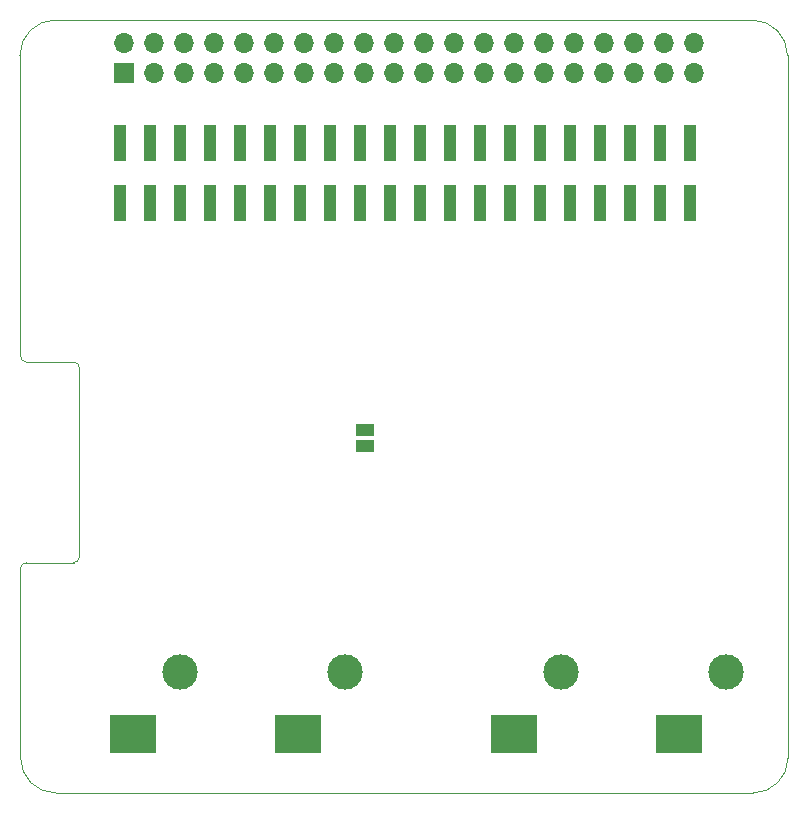
<source format=gbs>
G04 #@! TF.GenerationSoftware,KiCad,Pcbnew,5.1.9+dfsg1-1*
G04 #@! TF.CreationDate,2021-11-16T15:54:50+11:00*
G04 #@! TF.ProjectId,RAMPlatterHybrid,52414d50-6c61-4747-9465-724879627269,rev?*
G04 #@! TF.SameCoordinates,Original*
G04 #@! TF.FileFunction,Soldermask,Bot*
G04 #@! TF.FilePolarity,Negative*
%FSLAX45Y45*%
G04 Gerber Fmt 4.5, Leading zero omitted, Abs format (unit mm)*
G04 Created by KiCad (PCBNEW 5.1.9+dfsg1-1) date 2021-11-16 15:54:50*
%MOMM*%
%LPD*%
G01*
G04 APERTURE LIST*
G04 #@! TA.AperFunction,Profile*
%ADD10C,0.100000*%
G04 #@! TD*
%ADD11R,4.000000X3.200000*%
%ADD12C,3.000000*%
%ADD13R,1.000000X3.150000*%
%ADD14R,1.500000X1.000000*%
%ADD15R,1.700000X1.700000*%
%ADD16O,1.700000X1.700000*%
G04 APERTURE END LIST*
D10*
X20000000Y-9700000D02*
X19995000Y-8755000D01*
X26500000Y-9700000D02*
X26495000Y-8755000D01*
X20049913Y-13050000D02*
G75*
G03*
X20000000Y-13100000I87J-50000D01*
G01*
X20450000Y-13050000D02*
G75*
G03*
X20500000Y-13000000I0J50000D01*
G01*
X20000000Y-11300000D02*
G75*
G03*
X20050000Y-11350000I50000J0D01*
G01*
X20500000Y-11400000D02*
G75*
G03*
X20450000Y-11350000I-50000J0D01*
G01*
X20000000Y-9700000D02*
X20000000Y-11300000D01*
X26495000Y-8755000D02*
G75*
G03*
X26195000Y-8455000I-300000J0D01*
G01*
X26200000Y-15000000D02*
G75*
G03*
X26500000Y-14700000I0J300000D01*
G01*
X20000000Y-14700000D02*
G75*
G03*
X20300000Y-15000000I300000J0D01*
G01*
X20295000Y-8455000D02*
G75*
G03*
X19995000Y-8755000I0J-300000D01*
G01*
X26195000Y-8455000D02*
X20295000Y-8455000D01*
X20450000Y-13050000D02*
X20050000Y-13050000D01*
X20500000Y-11400000D02*
X20500000Y-13000000D01*
X20050000Y-11350000D02*
X20450000Y-11350000D01*
X26500000Y-14700000D02*
X26500000Y-9700000D01*
X20300000Y-15000000D02*
X26200000Y-15000000D01*
X20000000Y-13100000D02*
X20000000Y-14700000D01*
D11*
X22350000Y-14500000D03*
X20950000Y-14500000D03*
D12*
X22750000Y-13975000D03*
X21350000Y-13975000D03*
D13*
X20842000Y-10002500D03*
X20842000Y-9497500D03*
X21096000Y-10002500D03*
X21096000Y-9497500D03*
X21350000Y-10002500D03*
X21350000Y-9497500D03*
X21604000Y-10002500D03*
X21604000Y-9497500D03*
X21858000Y-10002500D03*
X21858000Y-9497500D03*
X22112000Y-10002500D03*
X22112000Y-9497500D03*
X22366000Y-10002500D03*
X22366000Y-9497500D03*
X22620000Y-10002500D03*
X22620000Y-9497500D03*
X22874000Y-10002500D03*
X22874000Y-9497500D03*
X23128000Y-10002500D03*
X23128000Y-9497500D03*
X23382000Y-10002500D03*
X23382000Y-9497500D03*
X23636000Y-10002500D03*
X23636000Y-9497500D03*
X23890000Y-10002500D03*
X23890000Y-9497500D03*
X24144000Y-10002500D03*
X24144000Y-9497500D03*
X24398000Y-10002500D03*
X24398000Y-9497500D03*
X24652000Y-10002500D03*
X24652000Y-9497500D03*
X24906000Y-10002500D03*
X24906000Y-9497500D03*
X25160000Y-10002500D03*
X25160000Y-9497500D03*
X25414000Y-10002500D03*
X25414000Y-9497500D03*
X25668000Y-10002500D03*
X25668000Y-9497500D03*
D11*
X25575000Y-14500000D03*
X24175000Y-14500000D03*
D12*
X25975000Y-13975000D03*
X24575000Y-13975000D03*
D14*
X22915000Y-12060000D03*
X22915000Y-11930000D03*
D15*
X20875000Y-8900000D03*
D16*
X20875000Y-8646000D03*
X21129000Y-8900000D03*
X21129000Y-8646000D03*
X21383000Y-8900000D03*
X21383000Y-8646000D03*
X21637000Y-8900000D03*
X21637000Y-8646000D03*
X21891000Y-8900000D03*
X21891000Y-8646000D03*
X22145000Y-8900000D03*
X22145000Y-8646000D03*
X22399000Y-8900000D03*
X22399000Y-8646000D03*
X22653000Y-8900000D03*
X22653000Y-8646000D03*
X22907000Y-8900000D03*
X22907000Y-8646000D03*
X23161000Y-8900000D03*
X23161000Y-8646000D03*
X23415000Y-8900000D03*
X23415000Y-8646000D03*
X23669000Y-8900000D03*
X23669000Y-8646000D03*
X23923000Y-8900000D03*
X23923000Y-8646000D03*
X24177000Y-8900000D03*
X24177000Y-8646000D03*
X24431000Y-8900000D03*
X24431000Y-8646000D03*
X24685000Y-8900000D03*
X24685000Y-8646000D03*
X24939000Y-8900000D03*
X24939000Y-8646000D03*
X25193000Y-8900000D03*
X25193000Y-8646000D03*
X25447000Y-8900000D03*
X25447000Y-8646000D03*
X25701000Y-8900000D03*
X25701000Y-8646000D03*
M02*

</source>
